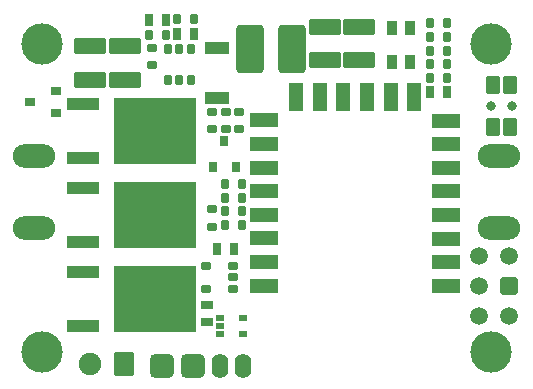
<source format=gbr>
%TF.GenerationSoftware,Altium Limited,Altium Designer,20.1.8 (145)*%
G04 Layer_Color=32768*
%FSLAX24Y24*%
%MOIN*%
%TF.SameCoordinates,2251247C-4072-41CD-9A68-8E7E2D596FDF*%
%TF.FilePolarity,Negative*%
%TF.FileFunction,Soldermask,Top*%
%TF.Part,Single*%
G01*
G75*
%TA.AperFunction,ComponentPad*%
%ADD37C,0.0591*%
G04:AMPARAMS|DCode=38|XSize=59.1mil|YSize=59.1mil|CornerRadius=5.9mil|HoleSize=0mil|Usage=FLASHONLY|Rotation=180.000|XOffset=0mil|YOffset=0mil|HoleType=Round|Shape=RoundedRectangle|*
%AMROUNDEDRECTD38*
21,1,0.0591,0.0472,0,0,180.0*
21,1,0.0472,0.0591,0,0,180.0*
1,1,0.0118,-0.0236,0.0236*
1,1,0.0118,0.0236,0.0236*
1,1,0.0118,0.0236,-0.0236*
1,1,0.0118,-0.0236,-0.0236*
%
%ADD38ROUNDEDRECTD38*%
%ADD49C,0.0315*%
G04:AMPARAMS|DCode=50|XSize=66.9mil|YSize=82.7mil|CornerRadius=8.3mil|HoleSize=0mil|Usage=FLASHONLY|Rotation=0.000|XOffset=0mil|YOffset=0mil|HoleType=Round|Shape=RoundedRectangle|*
%AMROUNDEDRECTD50*
21,1,0.0669,0.0661,0,0,0.0*
21,1,0.0504,0.0827,0,0,0.0*
1,1,0.0165,0.0252,-0.0331*
1,1,0.0165,-0.0252,-0.0331*
1,1,0.0165,-0.0252,0.0331*
1,1,0.0165,0.0252,0.0331*
%
%ADD50ROUNDEDRECTD50*%
%ADD51C,0.0748*%
%TA.AperFunction,ViaPad*%
%ADD52O,0.1417X0.0787*%
%ADD53C,0.1378*%
%TA.AperFunction,ComponentPad*%
G04:AMPARAMS|DCode=54|XSize=55.1mil|YSize=82.7mil|CornerRadius=27.6mil|HoleSize=0mil|Usage=FLASHONLY|Rotation=0.000|XOffset=0mil|YOffset=0mil|HoleType=Round|Shape=RoundedRectangle|*
%AMROUNDEDRECTD54*
21,1,0.0551,0.0276,0,0,0.0*
21,1,0.0000,0.0827,0,0,0.0*
1,1,0.0551,0.0000,-0.0138*
1,1,0.0551,0.0000,-0.0138*
1,1,0.0551,0.0000,0.0138*
1,1,0.0551,0.0000,0.0138*
%
%ADD54ROUNDEDRECTD54*%
G04:AMPARAMS|DCode=55|XSize=82.7mil|YSize=82.7mil|CornerRadius=21.7mil|HoleSize=0mil|Usage=FLASHONLY|Rotation=0.000|XOffset=0mil|YOffset=0mil|HoleType=Round|Shape=RoundedRectangle|*
%AMROUNDEDRECTD55*
21,1,0.0827,0.0394,0,0,0.0*
21,1,0.0394,0.0827,0,0,0.0*
1,1,0.0433,0.0197,-0.0197*
1,1,0.0433,-0.0197,-0.0197*
1,1,0.0433,-0.0197,0.0197*
1,1,0.0433,0.0197,0.0197*
%
%ADD55ROUNDEDRECTD55*%
%TA.AperFunction,NonConductor*%
%ADD67R,0.0354X0.0512*%
%TA.AperFunction,SMDPad,CuDef*%
G04:AMPARAMS|DCode=68|XSize=25.6mil|YSize=35.4mil|CornerRadius=2.1mil|HoleSize=0mil|Usage=FLASHONLY|Rotation=270.000|XOffset=0mil|YOffset=0mil|HoleType=Round|Shape=RoundedRectangle|*
%AMROUNDEDRECTD68*
21,1,0.0256,0.0313,0,0,270.0*
21,1,0.0214,0.0354,0,0,270.0*
1,1,0.0042,-0.0156,-0.0107*
1,1,0.0042,-0.0156,0.0107*
1,1,0.0042,0.0156,0.0107*
1,1,0.0042,0.0156,-0.0107*
%
%ADD68ROUNDEDRECTD68*%
G04:AMPARAMS|DCode=69|XSize=59.1mil|YSize=45.3mil|CornerRadius=2.2mil|HoleSize=0mil|Usage=FLASHONLY|Rotation=90.000|XOffset=0mil|YOffset=0mil|HoleType=Round|Shape=RoundedRectangle|*
%AMROUNDEDRECTD69*
21,1,0.0591,0.0409,0,0,90.0*
21,1,0.0547,0.0453,0,0,90.0*
1,1,0.0043,0.0205,0.0274*
1,1,0.0043,0.0205,-0.0274*
1,1,0.0043,-0.0205,-0.0274*
1,1,0.0043,-0.0205,0.0274*
%
%ADD69ROUNDEDRECTD69*%
G04:AMPARAMS|DCode=70|XSize=37.4mil|YSize=27.6mil|CornerRadius=2.1mil|HoleSize=0mil|Usage=FLASHONLY|Rotation=270.000|XOffset=0mil|YOffset=0mil|HoleType=Round|Shape=RoundedRectangle|*
%AMROUNDEDRECTD70*
21,1,0.0374,0.0234,0,0,270.0*
21,1,0.0332,0.0276,0,0,270.0*
1,1,0.0042,-0.0117,-0.0166*
1,1,0.0042,-0.0117,0.0166*
1,1,0.0042,0.0117,0.0166*
1,1,0.0042,0.0117,-0.0166*
%
%ADD70ROUNDEDRECTD70*%
G04:AMPARAMS|DCode=71|XSize=25.6mil|YSize=33.5mil|CornerRadius=2.1mil|HoleSize=0mil|Usage=FLASHONLY|Rotation=270.000|XOffset=0mil|YOffset=0mil|HoleType=Round|Shape=RoundedRectangle|*
%AMROUNDEDRECTD71*
21,1,0.0256,0.0293,0,0,270.0*
21,1,0.0214,0.0335,0,0,270.0*
1,1,0.0042,-0.0147,-0.0107*
1,1,0.0042,-0.0147,0.0107*
1,1,0.0042,0.0147,0.0107*
1,1,0.0042,0.0147,-0.0107*
%
%ADD71ROUNDEDRECTD71*%
G04:AMPARAMS|DCode=72|XSize=33.5mil|YSize=25.6mil|CornerRadius=2.1mil|HoleSize=0mil|Usage=FLASHONLY|Rotation=90.000|XOffset=0mil|YOffset=0mil|HoleType=Round|Shape=RoundedRectangle|*
%AMROUNDEDRECTD72*
21,1,0.0335,0.0214,0,0,90.0*
21,1,0.0293,0.0256,0,0,90.0*
1,1,0.0042,0.0107,0.0147*
1,1,0.0042,0.0107,-0.0147*
1,1,0.0042,-0.0107,-0.0147*
1,1,0.0042,-0.0107,0.0147*
%
%ADD72ROUNDEDRECTD72*%
G04:AMPARAMS|DCode=73|XSize=222.4mil|YSize=271.7mil|CornerRadius=3.1mil|HoleSize=0mil|Usage=FLASHONLY|Rotation=90.000|XOffset=0mil|YOffset=0mil|HoleType=Round|Shape=RoundedRectangle|*
%AMROUNDEDRECTD73*
21,1,0.2224,0.2655,0,0,90.0*
21,1,0.2163,0.2717,0,0,90.0*
1,1,0.0061,0.1328,0.1082*
1,1,0.0061,0.1328,-0.1082*
1,1,0.0061,-0.1328,-0.1082*
1,1,0.0061,-0.1328,0.1082*
%
%ADD73ROUNDEDRECTD73*%
G04:AMPARAMS|DCode=74|XSize=41.3mil|YSize=108.3mil|CornerRadius=2.2mil|HoleSize=0mil|Usage=FLASHONLY|Rotation=90.000|XOffset=0mil|YOffset=0mil|HoleType=Round|Shape=RoundedRectangle|*
%AMROUNDEDRECTD74*
21,1,0.0413,0.1040,0,0,90.0*
21,1,0.0370,0.1083,0,0,90.0*
1,1,0.0043,0.0520,0.0185*
1,1,0.0043,0.0520,-0.0185*
1,1,0.0043,-0.0520,-0.0185*
1,1,0.0043,-0.0520,0.0185*
%
%ADD74ROUNDEDRECTD74*%
G04:AMPARAMS|DCode=75|XSize=17.7mil|YSize=27.6mil|CornerRadius=2mil|HoleSize=0mil|Usage=FLASHONLY|Rotation=90.000|XOffset=0mil|YOffset=0mil|HoleType=Round|Shape=RoundedRectangle|*
%AMROUNDEDRECTD75*
21,1,0.0177,0.0235,0,0,90.0*
21,1,0.0136,0.0276,0,0,90.0*
1,1,0.0041,0.0117,0.0068*
1,1,0.0041,0.0117,-0.0068*
1,1,0.0041,-0.0117,-0.0068*
1,1,0.0041,-0.0117,0.0068*
%
%ADD75ROUNDEDRECTD75*%
G04:AMPARAMS|DCode=76|XSize=37.4mil|YSize=27.6mil|CornerRadius=2.1mil|HoleSize=0mil|Usage=FLASHONLY|Rotation=180.000|XOffset=0mil|YOffset=0mil|HoleType=Round|Shape=RoundedRectangle|*
%AMROUNDEDRECTD76*
21,1,0.0374,0.0234,0,0,180.0*
21,1,0.0332,0.0276,0,0,180.0*
1,1,0.0042,-0.0166,0.0117*
1,1,0.0042,0.0166,0.0117*
1,1,0.0042,0.0166,-0.0117*
1,1,0.0042,-0.0166,-0.0117*
%
%ADD76ROUNDEDRECTD76*%
G04:AMPARAMS|DCode=77|XSize=25.6mil|YSize=35.4mil|CornerRadius=2.1mil|HoleSize=0mil|Usage=FLASHONLY|Rotation=180.000|XOffset=0mil|YOffset=0mil|HoleType=Round|Shape=RoundedRectangle|*
%AMROUNDEDRECTD77*
21,1,0.0256,0.0313,0,0,180.0*
21,1,0.0214,0.0354,0,0,180.0*
1,1,0.0042,-0.0107,0.0156*
1,1,0.0042,0.0107,0.0156*
1,1,0.0042,0.0107,-0.0156*
1,1,0.0042,-0.0107,-0.0156*
%
%ADD77ROUNDEDRECTD77*%
G04:AMPARAMS|DCode=78|XSize=33.5mil|YSize=25.6mil|CornerRadius=2.1mil|HoleSize=0mil|Usage=FLASHONLY|Rotation=180.000|XOffset=0mil|YOffset=0mil|HoleType=Round|Shape=RoundedRectangle|*
%AMROUNDEDRECTD78*
21,1,0.0335,0.0214,0,0,180.0*
21,1,0.0293,0.0256,0,0,180.0*
1,1,0.0042,-0.0147,0.0107*
1,1,0.0042,0.0147,0.0107*
1,1,0.0042,0.0147,-0.0107*
1,1,0.0042,-0.0147,-0.0107*
%
%ADD78ROUNDEDRECTD78*%
G04:AMPARAMS|DCode=79|XSize=104.3mil|YSize=51.2mil|CornerRadius=2.2mil|HoleSize=0mil|Usage=FLASHONLY|Rotation=0.000|XOffset=0mil|YOffset=0mil|HoleType=Round|Shape=RoundedRectangle|*
%AMROUNDEDRECTD79*
21,1,0.1043,0.0468,0,0,0.0*
21,1,0.0999,0.0512,0,0,0.0*
1,1,0.0044,0.0500,-0.0234*
1,1,0.0044,-0.0500,-0.0234*
1,1,0.0044,-0.0500,0.0234*
1,1,0.0044,0.0500,0.0234*
%
%ADD79ROUNDEDRECTD79*%
%TA.AperFunction,ConnectorPad*%
G04:AMPARAMS|DCode=80|XSize=47.2mil|YSize=94.5mil|CornerRadius=2.2mil|HoleSize=0mil|Usage=FLASHONLY|Rotation=270.000|XOffset=0mil|YOffset=0mil|HoleType=Round|Shape=RoundedRectangle|*
%AMROUNDEDRECTD80*
21,1,0.0472,0.0901,0,0,270.0*
21,1,0.0429,0.0945,0,0,270.0*
1,1,0.0044,-0.0451,-0.0214*
1,1,0.0044,-0.0451,0.0214*
1,1,0.0044,0.0451,0.0214*
1,1,0.0044,0.0451,-0.0214*
%
%ADD80ROUNDEDRECTD80*%
G04:AMPARAMS|DCode=81|XSize=47.2mil|YSize=94.5mil|CornerRadius=2.2mil|HoleSize=0mil|Usage=FLASHONLY|Rotation=0.000|XOffset=0mil|YOffset=0mil|HoleType=Round|Shape=RoundedRectangle|*
%AMROUNDEDRECTD81*
21,1,0.0472,0.0901,0,0,0.0*
21,1,0.0429,0.0945,0,0,0.0*
1,1,0.0044,0.0214,-0.0451*
1,1,0.0044,-0.0214,-0.0451*
1,1,0.0044,-0.0214,0.0451*
1,1,0.0044,0.0214,0.0451*
%
%ADD81ROUNDEDRECTD81*%
%TA.AperFunction,SMDPad,CuDef*%
G04:AMPARAMS|DCode=82|XSize=25.2mil|YSize=33.5mil|CornerRadius=2.1mil|HoleSize=0mil|Usage=FLASHONLY|Rotation=0.000|XOffset=0mil|YOffset=0mil|HoleType=Round|Shape=RoundedRectangle|*
%AMROUNDEDRECTD82*
21,1,0.0252,0.0293,0,0,0.0*
21,1,0.0210,0.0335,0,0,0.0*
1,1,0.0042,0.0105,-0.0147*
1,1,0.0042,-0.0105,-0.0147*
1,1,0.0042,-0.0105,0.0147*
1,1,0.0042,0.0105,0.0147*
%
%ADD82ROUNDEDRECTD82*%
G04:AMPARAMS|DCode=83|XSize=76.8mil|YSize=43.3mil|CornerRadius=2.2mil|HoleSize=0mil|Usage=FLASHONLY|Rotation=180.000|XOffset=0mil|YOffset=0mil|HoleType=Round|Shape=RoundedRectangle|*
%AMROUNDEDRECTD83*
21,1,0.0768,0.0390,0,0,180.0*
21,1,0.0724,0.0433,0,0,180.0*
1,1,0.0043,-0.0362,0.0195*
1,1,0.0043,0.0362,0.0195*
1,1,0.0043,0.0362,-0.0195*
1,1,0.0043,-0.0362,-0.0195*
%
%ADD83ROUNDEDRECTD83*%
G04:AMPARAMS|DCode=84|XSize=161.4mil|YSize=90.6mil|CornerRadius=10.6mil|HoleSize=0mil|Usage=FLASHONLY|Rotation=90.000|XOffset=0mil|YOffset=0mil|HoleType=Round|Shape=RoundedRectangle|*
%AMROUNDEDRECTD84*
21,1,0.1614,0.0693,0,0,90.0*
21,1,0.1402,0.0906,0,0,90.0*
1,1,0.0213,0.0346,0.0701*
1,1,0.0213,0.0346,-0.0701*
1,1,0.0213,-0.0346,-0.0701*
1,1,0.0213,-0.0346,0.0701*
%
%ADD84ROUNDEDRECTD84*%
D37*
X15735Y4379D02*
D03*
Y3379D02*
D03*
Y2379D02*
D03*
X16735D02*
D03*
Y4379D02*
D03*
D38*
Y3379D02*
D03*
D49*
X16139Y9370D02*
D03*
X16848D02*
D03*
D50*
X3926Y749D02*
D03*
D51*
X2779D02*
D03*
D52*
X915Y7697D02*
D03*
Y5295D02*
D03*
X16407Y7697D02*
D03*
Y5295D02*
D03*
D53*
X16142Y11417D02*
D03*
Y1181D02*
D03*
X1181D02*
D03*
Y11417D02*
D03*
D54*
X7899Y699D02*
D03*
X7107D02*
D03*
D55*
X6219D02*
D03*
X5199Y709D02*
D03*
D67*
X12843Y10839D02*
D03*
X13434D02*
D03*
Y11981D02*
D03*
X12843D02*
D03*
D68*
X787Y9490D02*
D03*
X1653Y9864D02*
D03*
Y9116D02*
D03*
D69*
X16208Y8661D02*
D03*
X16779D02*
D03*
Y10079D02*
D03*
X16208D02*
D03*
D70*
X7003Y4600D02*
D03*
X7573D02*
D03*
X4737Y12233D02*
D03*
X5308D02*
D03*
X5693Y11781D02*
D03*
X6264D02*
D03*
X14684Y9821D02*
D03*
X14113D02*
D03*
D71*
X7563Y3276D02*
D03*
Y3650D02*
D03*
Y4024D02*
D03*
X6637D02*
D03*
Y3276D02*
D03*
D72*
X14684Y11663D02*
D03*
X14113D02*
D03*
X14684Y11207D02*
D03*
X14113D02*
D03*
Y12116D02*
D03*
X14684D02*
D03*
X14113Y10754D02*
D03*
X14684D02*
D03*
Y10301D02*
D03*
X14113D02*
D03*
X5308Y11740D02*
D03*
X4737D02*
D03*
X7295Y6770D02*
D03*
X7865D02*
D03*
X7295Y6310D02*
D03*
X7865D02*
D03*
X6264Y12260D02*
D03*
X5693D02*
D03*
X7295Y5856D02*
D03*
X7866D02*
D03*
X7295Y5401D02*
D03*
X7866D02*
D03*
D73*
X4950Y2946D02*
D03*
Y5732D02*
D03*
Y8538D02*
D03*
D74*
X2548Y2044D02*
D03*
Y3847D02*
D03*
Y6633D02*
D03*
Y4830D02*
D03*
Y7636D02*
D03*
Y9439D02*
D03*
D75*
X7899Y2286D02*
D03*
Y1774D02*
D03*
X7132D02*
D03*
X7131Y2030D02*
D03*
X7132Y2286D02*
D03*
D76*
X6672Y2164D02*
D03*
Y2735D02*
D03*
D77*
X6890Y7325D02*
D03*
X7638D02*
D03*
X7264Y8191D02*
D03*
D78*
X6860Y5916D02*
D03*
Y5345D02*
D03*
X4835Y10722D02*
D03*
Y11292D02*
D03*
X7306Y9169D02*
D03*
Y8598D02*
D03*
X6854D02*
D03*
Y9169D02*
D03*
X7759Y8598D02*
D03*
Y9169D02*
D03*
D79*
X3936Y11349D02*
D03*
Y10247D02*
D03*
X10601Y10911D02*
D03*
Y12014D02*
D03*
X2776Y11349D02*
D03*
Y10247D02*
D03*
X11763Y10911D02*
D03*
Y12014D02*
D03*
D80*
X14652Y3373D02*
D03*
Y8083D02*
D03*
X8580Y8883D02*
D03*
X14652Y4153D02*
D03*
Y4943D02*
D03*
Y5723D02*
D03*
Y6523D02*
D03*
Y7303D02*
D03*
Y8873D02*
D03*
X8580Y8093D02*
D03*
Y7313D02*
D03*
X8590Y6523D02*
D03*
Y5733D02*
D03*
Y4953D02*
D03*
Y4153D02*
D03*
Y3373D02*
D03*
D81*
X13591Y9653D02*
D03*
X12811D02*
D03*
X12031D02*
D03*
X11231D02*
D03*
X10451D02*
D03*
X9651D02*
D03*
D82*
X6133Y11251D02*
D03*
X5759D02*
D03*
X5385D02*
D03*
X6133Y10247D02*
D03*
X5759D02*
D03*
X5385D02*
D03*
D83*
X7028Y9639D02*
D03*
Y11293D02*
D03*
D84*
X9509Y11265D02*
D03*
X8131D02*
D03*
%TF.MD5,9499575b55239a1416a7fefd2de7b5ff*%
M02*

</source>
